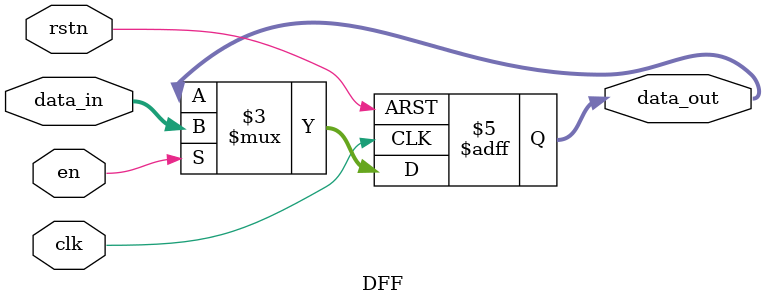
<source format=v>
`timescale 1ns/1ns
module DFF #(
   parameter DATA_WIDTH = 16 //data bit width
) (
   input clk,  
   input en, //enable
   input rstn, //active low reset 
   input [DATA_WIDTH - 1 : 0] data_in, //input data
   output reg [DATA_WIDTH - 1 : 0] data_out //output data
);  

always @(posedge clk or negedge rstn) begin
      if (!rstn)
         data_out <= {DATA_WIDTH{1'b0}}; // reset output to 0
      else if (en)
         data_out <= data_in; // write data to output if enabled and write enabled
   end


endmodule

</source>
